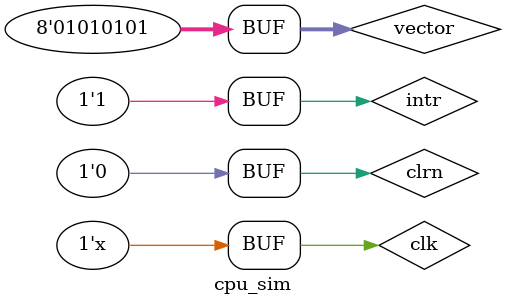
<source format=v>
`timescale 1ns / 1ps

//////////////////////////////////////////////////////////////////////////////////


module cpu_sim(

       );
reg clk,clrn;
reg [7:0] vector;
reg intr;
wire inta;
cpu cpu(
        .clk(clk),
        .clrn(clrn),
        .vector(vector),
        .intr(intr),
        .inta(inta)
        //      .pc(pc),
        //      .inst(inst),
        ////      .wpcir(no)
        //      .aluc(aluc),
        //      .ealuc(ealuc),
        //      .ern0(ern0),
        //      .fwda(fwda),
        //      .fwdb(fwdb),
        //      .mm2reg(mm2reg),
        //      .ewreg(ewreg),
        //      .wwreg(wwreg),
        //      .wreg(wreg),
        //      .m2reg(m2reg),
        //      .wmem(wmem),
        //      .jal(jal),
        //      .aluimm(aluimm),
        //      .shift(shift),
        //      .em2reg(em2reg),
        //      .ewmem(ewmem),
        //      .ejal(ejal),
        //      .ealuimm(ealuimm),
        //      .eshift(eshift),
        //      .mwreg(mwreg),
        //      .mwmem(mwmem),
        //      .wm2reg(wm2reg)
    );
initial begin
    clrn=0;
    clk=0;
    vector = 8'b01010101;
    intr = 0;
    //              no=1;
    #1 clrn=1;
    #50 clrn=0;
    #100 intr = 1;
    //         #500 clrn = 1;
end
always #5 clk=~clk;
endmodule

</source>
